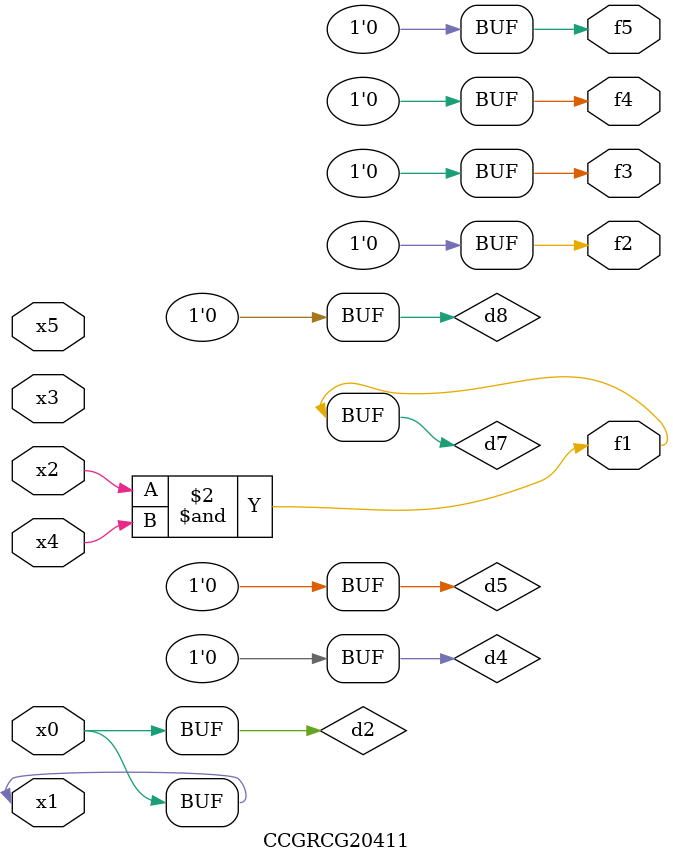
<source format=v>
module CCGRCG20411(
	input x0, x1, x2, x3, x4, x5,
	output f1, f2, f3, f4, f5
);

	wire d1, d2, d3, d4, d5, d6, d7, d8, d9;

	nand (d1, x1);
	buf (d2, x0, x1);
	nand (d3, x2, x4);
	and (d4, d1, d2);
	and (d5, d1, d2);
	nand (d6, d1, d3);
	not (d7, d3);
	xor (d8, d5);
	nor (d9, d5, d6);
	assign f1 = d7;
	assign f2 = d8;
	assign f3 = d8;
	assign f4 = d8;
	assign f5 = d8;
endmodule

</source>
